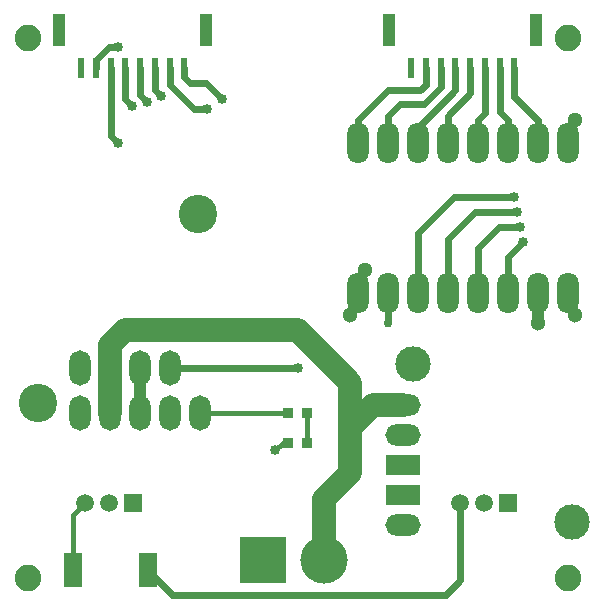
<source format=gbr>
%TF.GenerationSoftware,KiCad,Pcbnew,(5.1.9)-1*%
%TF.CreationDate,2021-04-17T19:11:21-07:00*%
%TF.ProjectId,UAS_V2,5541535f-5632-42e6-9b69-6361645f7063,rev?*%
%TF.SameCoordinates,Original*%
%TF.FileFunction,Copper,L1,Top*%
%TF.FilePolarity,Positive*%
%FSLAX46Y46*%
G04 Gerber Fmt 4.6, Leading zero omitted, Abs format (unit mm)*
G04 Created by KiCad (PCBNEW (5.1.9)-1) date 2021-04-17 19:11:21*
%MOMM*%
%LPD*%
G01*
G04 APERTURE LIST*
%TA.AperFunction,ComponentPad*%
%ADD10R,0.890000X0.930000*%
%TD*%
%TA.AperFunction,ComponentPad*%
%ADD11R,0.870000X0.930000*%
%TD*%
%TA.AperFunction,ComponentPad*%
%ADD12R,1.500000X1.500000*%
%TD*%
%TA.AperFunction,ComponentPad*%
%ADD13C,1.500000*%
%TD*%
%TA.AperFunction,SMDPad,CuDef*%
%ADD14O,1.800000X3.500000*%
%TD*%
%TA.AperFunction,SMDPad,CuDef*%
%ADD15R,0.600000X1.700000*%
%TD*%
%TA.AperFunction,SMDPad,CuDef*%
%ADD16R,1.000000X2.700000*%
%TD*%
%TA.AperFunction,ComponentPad*%
%ADD17C,3.000000*%
%TD*%
%TA.AperFunction,ComponentPad*%
%ADD18O,3.000000X1.800000*%
%TD*%
%TA.AperFunction,ComponentPad*%
%ADD19R,3.000000X1.800000*%
%TD*%
%TA.AperFunction,ComponentPad*%
%ADD20O,1.800000X3.000000*%
%TD*%
%TA.AperFunction,ComponentPad*%
%ADD21C,3.250000*%
%TD*%
%TA.AperFunction,SMDPad,CuDef*%
%ADD22R,1.500000X3.000000*%
%TD*%
%TA.AperFunction,ComponentPad*%
%ADD23C,4.000000*%
%TD*%
%TA.AperFunction,ComponentPad*%
%ADD24R,4.000000X4.000000*%
%TD*%
%TA.AperFunction,ViaPad*%
%ADD25C,2.250000*%
%TD*%
%TA.AperFunction,ViaPad*%
%ADD26C,1.300000*%
%TD*%
%TA.AperFunction,ViaPad*%
%ADD27C,0.850000*%
%TD*%
%TA.AperFunction,ViaPad*%
%ADD28C,0.750000*%
%TD*%
%TA.AperFunction,Conductor*%
%ADD29C,0.400000*%
%TD*%
%TA.AperFunction,Conductor*%
%ADD30C,1.000000*%
%TD*%
%TA.AperFunction,Conductor*%
%ADD31C,2.000000*%
%TD*%
%TA.AperFunction,Conductor*%
%ADD32C,0.600000*%
%TD*%
G04 APERTURE END LIST*
D10*
%TO.P,D1,1*%
%TO.N,GND*%
X149046000Y-115570000D03*
%TO.P,D1,2*%
%TO.N,Net-(D1-Pad2)*%
X150674000Y-115570000D03*
%TD*%
D11*
%TO.P,R1,2*%
%TO.N,+5V*%
X149080000Y-113030000D03*
%TO.P,R1,1*%
%TO.N,Net-(D1-Pad2)*%
X150640000Y-113030000D03*
%TD*%
D12*
%TO.P,J3,1*%
%TO.N,GND*%
X167640000Y-120650000D03*
D13*
%TO.P,J3,2*%
%TO.N,+7.5V*%
X165640000Y-120650000D03*
%TO.P,J3,3*%
%TO.N,Net-(J3-Pad3)*%
X163640000Y-120650000D03*
%TD*%
D12*
%TO.P,J2,1*%
%TO.N,GND*%
X135890000Y-120650000D03*
D13*
%TO.P,J2,2*%
%TO.N,+7.5V*%
X133890000Y-120650000D03*
%TO.P,J2,3*%
%TO.N,Net-(J2-Pad3)*%
X131890000Y-120650000D03*
%TD*%
D14*
%TO.P,U5,16*%
%TO.N,GND*%
X172720000Y-90170000D03*
%TO.P,U5,15*%
%TO.N,Net-(J4-Pad1)*%
X170180000Y-90170000D03*
%TO.P,U5,14*%
%TO.N,Net-(J4-Pad2)*%
X167640000Y-90170000D03*
%TO.P,U5,13*%
%TO.N,Net-(J4-Pad3)*%
X165100000Y-90170000D03*
%TO.P,U5,12*%
%TO.N,Net-(J4-Pad4)*%
X162560000Y-90170000D03*
%TO.P,U5,11*%
%TO.N,Net-(J4-Pad5)*%
X160020000Y-90170000D03*
%TO.P,U5,10*%
%TO.N,Net-(J4-Pad6)*%
X157480000Y-90170000D03*
%TO.P,U5,9*%
%TO.N,Net-(J4-Pad7)*%
X154940000Y-90170000D03*
%TO.P,U5,8*%
%TO.N,GND*%
X172720000Y-102870000D03*
%TO.P,U5,7*%
%TO.N,+12V*%
X170180000Y-102870000D03*
%TO.P,U5,6*%
%TO.N,Net-(J10-Pad4)*%
X167640000Y-102870000D03*
%TO.P,U5,5*%
%TO.N,Net-(J10-Pad3)*%
X165100000Y-102870000D03*
%TO.P,U5,4*%
%TO.N,Net-(J10-Pad2)*%
X162560000Y-102870000D03*
%TO.P,U5,3*%
%TO.N,Net-(J10-Pad1)*%
X160020000Y-102870000D03*
%TO.P,U5,2*%
%TO.N,+5V*%
X157480000Y-102870000D03*
%TO.P,U5,1*%
%TO.N,GND*%
X154940000Y-102870000D03*
%TD*%
D15*
%TO.P,J7,4*%
%TO.N,Net-(J7-Pad4)*%
X136515000Y-83820000D03*
%TO.P,J7,5*%
%TO.N,Net-(J7-Pad5)*%
X135265000Y-83820000D03*
%TO.P,J7,6*%
%TO.N,Net-(J7-Pad6)*%
X134015000Y-83820000D03*
%TO.P,J7,7*%
%TO.N,Net-(J7-Pad7)*%
X132765000Y-83820000D03*
%TO.P,J7,3*%
%TO.N,Net-(J7-Pad3)*%
X137765000Y-83820000D03*
%TO.P,J7,2*%
%TO.N,Net-(J7-Pad2)*%
X139015000Y-83820000D03*
%TO.P,J7,1*%
%TO.N,Net-(J7-Pad1)*%
X140265000Y-83820000D03*
%TO.P,J7,8*%
%TO.N,N/C*%
X131515000Y-83820000D03*
D16*
%TO.P,J7,SH1*%
X142115000Y-80620000D03*
%TO.P,J7,SH2*%
X129665000Y-80620000D03*
%TD*%
D15*
%TO.P,J4,4*%
%TO.N,Net-(J4-Pad4)*%
X164455000Y-83820000D03*
%TO.P,J4,5*%
%TO.N,Net-(J4-Pad5)*%
X163205000Y-83820000D03*
%TO.P,J4,6*%
%TO.N,Net-(J4-Pad6)*%
X161955000Y-83820000D03*
%TO.P,J4,7*%
%TO.N,Net-(J4-Pad7)*%
X160705000Y-83820000D03*
%TO.P,J4,3*%
%TO.N,Net-(J4-Pad3)*%
X165705000Y-83820000D03*
%TO.P,J4,2*%
%TO.N,Net-(J4-Pad2)*%
X166955000Y-83820000D03*
%TO.P,J4,1*%
%TO.N,Net-(J4-Pad1)*%
X168205000Y-83820000D03*
%TO.P,J4,8*%
%TO.N,N/C*%
X159455000Y-83820000D03*
D16*
%TO.P,J4,SH1*%
X170055000Y-80620000D03*
%TO.P,J4,SH2*%
X157605000Y-80620000D03*
%TD*%
D17*
%TO.P,U3,6*%
%TO.N,N/C*%
X173060000Y-122310000D03*
%TO.P,U3,7*%
X159630000Y-108880000D03*
D18*
%TO.P,U3,1*%
%TO.N,+24V*%
X158750000Y-112390000D03*
%TO.P,U3,2*%
%TO.N,Net-(U3-Pad2)*%
X158750000Y-114930000D03*
D19*
%TO.P,U3,3*%
%TO.N,GND*%
X158750000Y-117470000D03*
%TO.P,U3,4*%
X158750000Y-120010000D03*
D18*
%TO.P,U3,5*%
%TO.N,+7.5V*%
X158750000Y-122550000D03*
%TD*%
D20*
%TO.P,U2,4*%
%TO.N,+5V*%
X139065000Y-109220000D03*
%TO.P,U2,3*%
%TO.N,GND*%
X136525000Y-109220000D03*
%TO.P,U2,2*%
%TO.N,+24V*%
X133985000Y-109220000D03*
%TO.P,U2,1*%
%TO.N,Net-(U2-Pad1)*%
X131445000Y-109220000D03*
%TD*%
D21*
%TO.P,U1,7*%
%TO.N,N/C*%
X127915000Y-112190000D03*
%TO.P,U1,6*%
X141415000Y-96190000D03*
D20*
%TO.P,U1,5*%
%TO.N,+5V*%
X141605000Y-113030000D03*
%TO.P,U1,4*%
%TO.N,GND*%
X139065000Y-113030000D03*
%TO.P,U1,3*%
X136525000Y-113030000D03*
%TO.P,U1,2*%
%TO.N,+24V*%
X133985000Y-113030000D03*
%TO.P,U1,1*%
%TO.N,Net-(U1-Pad1)*%
X131445000Y-113030000D03*
%TD*%
D22*
%TO.P,Left,1*%
%TO.N,Net-(J2-Pad3)*%
X130810000Y-126365000D03*
%TD*%
%TO.P,Right,1*%
%TO.N,Net-(J3-Pad3)*%
X137160000Y-126365000D03*
%TD*%
D23*
%TO.P,J1,2*%
%TO.N,+24V*%
X152110000Y-125490000D03*
D24*
%TO.P,J1,1*%
%TO.N,GND*%
X146960000Y-125490000D03*
%TD*%
D25*
%TO.N,*%
X127000000Y-127000000D03*
X172720000Y-127000000D03*
X172720000Y-81280000D03*
X127000000Y-81280000D03*
D26*
%TO.N,GND*%
X155575000Y-100965000D03*
X154305000Y-104775000D03*
X173355000Y-104775000D03*
X173355000Y-88265000D03*
D27*
X147955000Y-116205000D03*
%TO.N,+5V*%
X149860000Y-109220000D03*
D28*
X157480000Y-105410000D03*
D27*
%TO.N,Net-(J7-Pad1)*%
X143440000Y-86430000D03*
%TO.N,Net-(J7-Pad2)*%
X142190000Y-87326000D03*
%TO.N,Net-(J7-Pad3)*%
X138315000Y-86245000D03*
%TO.N,Net-(J7-Pad4)*%
X137065000Y-86709000D03*
%TO.N,Net-(J7-Pad5)*%
X135815000Y-87047000D03*
%TO.N,Net-(J7-Pad6)*%
X134620000Y-90170000D03*
%TO.N,Net-(J7-Pad7)*%
X134620000Y-82042000D03*
%TO.N,Net-(J10-Pad2)*%
X168402000Y-96012000D03*
%TO.N,Net-(J10-Pad1)*%
X168148000Y-94742000D03*
%TO.N,Net-(J10-Pad3)*%
X168656000Y-97282000D03*
%TO.N,Net-(J10-Pad4)*%
X168910014Y-98552000D03*
D26*
%TO.N,+12V*%
X170180000Y-105410000D03*
%TD*%
D29*
%TO.N,GND*%
X148590000Y-115570000D02*
X147955000Y-116205000D01*
X149046000Y-115570000D02*
X148590000Y-115570000D01*
X147955000Y-116205000D02*
X147955000Y-116205000D01*
D30*
X136525000Y-109220000D02*
X136525000Y-113030000D01*
D29*
%TO.N,Net-(D1-Pad2)*%
X150640000Y-115536000D02*
X150674000Y-115570000D01*
X150640000Y-113030000D02*
X150640000Y-115536000D01*
D31*
%TO.N,+24V*%
X156215000Y-112390000D02*
X158750000Y-112390000D01*
X154305000Y-118110000D02*
X154305000Y-114300000D01*
X152110000Y-120305000D02*
X154305000Y-118110000D01*
X152110000Y-125490000D02*
X152110000Y-120305000D01*
X133985000Y-109220000D02*
X133985000Y-113030000D01*
X154305000Y-114300000D02*
X156215000Y-112390000D01*
X133985000Y-107315000D02*
X133985000Y-109220000D01*
X135255000Y-106045000D02*
X133985000Y-107315000D01*
X149860000Y-106045000D02*
X135255000Y-106045000D01*
X154305000Y-110490000D02*
X149860000Y-106045000D01*
X154305000Y-114300000D02*
X154305000Y-110490000D01*
D32*
%TO.N,Net-(J4-Pad1)*%
X168205000Y-86290000D02*
X168205000Y-83820000D01*
X170180000Y-88265000D02*
X168205000Y-86290000D01*
X170180000Y-90170000D02*
X170180000Y-88265000D01*
%TO.N,Net-(J4-Pad2)*%
X167640000Y-90170000D02*
X167640000Y-88265000D01*
X166955000Y-87580000D02*
X166955000Y-83820000D01*
X167640000Y-88265000D02*
X166955000Y-87580000D01*
%TO.N,Net-(J4-Pad3)*%
X165100000Y-90170000D02*
X165100000Y-88265000D01*
X165705000Y-87660000D02*
X165705000Y-83820000D01*
X165100000Y-88265000D02*
X165705000Y-87660000D01*
%TO.N,Net-(J4-Pad4)*%
X164455000Y-85989000D02*
X164455000Y-83820000D01*
X162560000Y-87884000D02*
X164455000Y-85989000D01*
X162560000Y-90170000D02*
X162560000Y-87884000D01*
%TO.N,Net-(J4-Pad5)*%
X163205000Y-85715000D02*
X163205000Y-83820000D01*
X160020000Y-88900000D02*
X163205000Y-85715000D01*
X160020000Y-90170000D02*
X160020000Y-88900000D01*
%TO.N,Net-(J4-Pad6)*%
X157480000Y-90170000D02*
X157480000Y-88900000D01*
X161955000Y-85441000D02*
X161955000Y-83820000D01*
X160528000Y-86868000D02*
X161955000Y-85441000D01*
X158496000Y-86868000D02*
X160528000Y-86868000D01*
X157480000Y-87884000D02*
X158496000Y-86868000D01*
X157480000Y-90170000D02*
X157480000Y-87884000D01*
%TO.N,Net-(J4-Pad7)*%
X160705000Y-85270000D02*
X160705000Y-83820000D01*
X160250000Y-85725000D02*
X160705000Y-85270000D01*
X157480000Y-85725000D02*
X160250000Y-85725000D01*
X154940000Y-88265000D02*
X157480000Y-85725000D01*
X154940000Y-88900000D02*
X154940000Y-88265000D01*
D29*
%TO.N,+5V*%
X149080000Y-113030000D02*
X140970000Y-113030000D01*
D32*
X139065000Y-109220000D02*
X149860000Y-109220000D01*
X157480000Y-105410000D02*
X157480000Y-102870000D01*
%TO.N,Net-(J7-Pad1)*%
X140265000Y-83820000D02*
X140265000Y-84639000D01*
X140265000Y-84639000D02*
X140716000Y-85090000D01*
X142100000Y-85090000D02*
X143440000Y-86430000D01*
X140716000Y-85090000D02*
X142100000Y-85090000D01*
%TO.N,Net-(J7-Pad2)*%
X141071000Y-87326000D02*
X142190000Y-87326000D01*
X139015000Y-85270000D02*
X141071000Y-87326000D01*
X139015000Y-83820000D02*
X139015000Y-85270000D01*
%TO.N,Net-(J7-Pad3)*%
X137765000Y-85695000D02*
X138315000Y-86245000D01*
X137765000Y-83820000D02*
X137765000Y-85695000D01*
%TO.N,Net-(J7-Pad4)*%
X136515000Y-86159000D02*
X137065000Y-86709000D01*
X136515000Y-83820000D02*
X136515000Y-86159000D01*
%TO.N,Net-(J7-Pad5)*%
X135265000Y-83820000D02*
X135265000Y-86497000D01*
X135265000Y-86497000D02*
X135815000Y-87047000D01*
%TO.N,Net-(J7-Pad6)*%
X134015000Y-89565000D02*
X134620000Y-90170000D01*
X134015000Y-83820000D02*
X134015000Y-89565000D01*
%TO.N,Net-(J7-Pad7)*%
X133874398Y-82042000D02*
X134620000Y-82042000D01*
X132765000Y-83151398D02*
X133874398Y-82042000D01*
X132765000Y-83820000D02*
X132765000Y-83151398D01*
%TO.N,Net-(J10-Pad2)*%
X164846000Y-96012000D02*
X168402000Y-96012000D01*
X162560000Y-98298000D02*
X164846000Y-96012000D01*
X162560000Y-102870000D02*
X162560000Y-98298000D01*
%TO.N,Net-(J10-Pad1)*%
X160020000Y-102870000D02*
X160020000Y-97790000D01*
X163068000Y-94742000D02*
X168148000Y-94742000D01*
X160020000Y-97790000D02*
X163068000Y-94742000D01*
%TO.N,Net-(J10-Pad3)*%
X166878000Y-97282000D02*
X168656000Y-97282000D01*
X165100000Y-99060000D02*
X166878000Y-97282000D01*
X165100000Y-102870000D02*
X165100000Y-99060000D01*
%TO.N,Net-(J10-Pad4)*%
X167640000Y-102870000D02*
X167640000Y-99822014D01*
X167640000Y-99822014D02*
X168910014Y-98552000D01*
%TO.N,Net-(J3-Pad3)*%
X139247001Y-128452001D02*
X162377999Y-128452001D01*
X137160000Y-126365000D02*
X139247001Y-128452001D01*
X163640000Y-127190000D02*
X163640000Y-120650000D01*
X162377999Y-128452001D02*
X163640000Y-127190000D01*
D29*
%TO.N,Net-(J2-Pad3)*%
X131890000Y-120650000D02*
X130810000Y-121730000D01*
X130810000Y-121730000D02*
X130810000Y-126365000D01*
D30*
%TO.N,+12V*%
X170180000Y-105410000D02*
X170180000Y-102870000D01*
%TD*%
M02*

</source>
